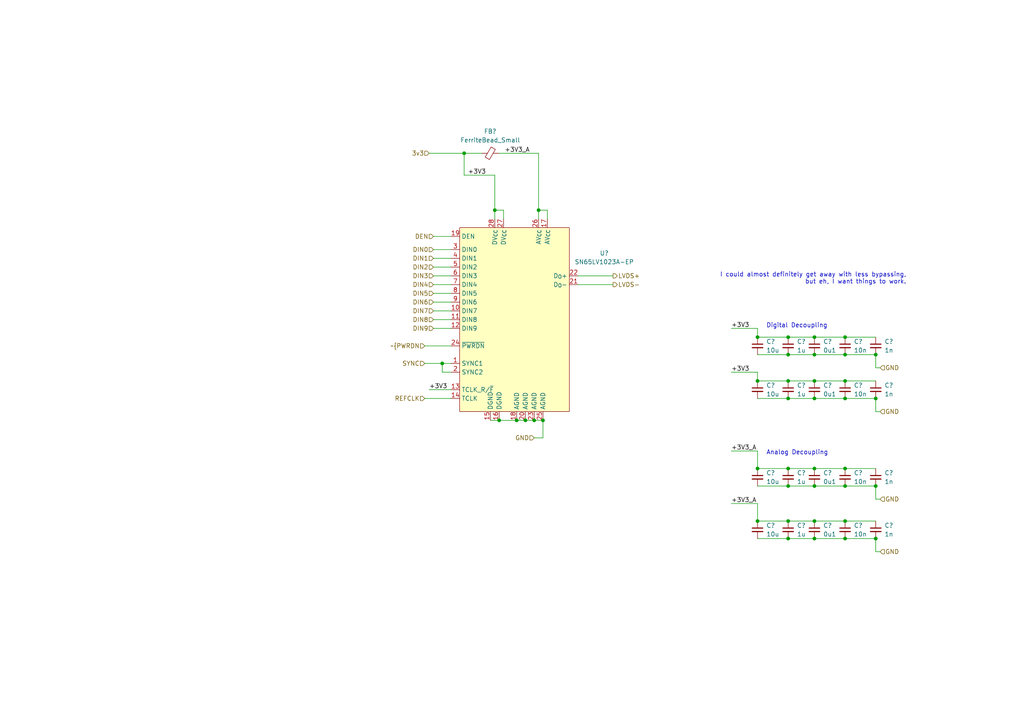
<source format=kicad_sch>
(kicad_sch (version 20211123) (generator eeschema)
  (paper "A4")
  (lib_symbols
    (symbol "Device:C_Small" (pin_numbers hide) (pin_names (offset 0.254) hide)
      (property "Reference" "C" (at 0.254 1.778 0))
      (property "Value" "C_Small" (at 0.254 -2.032 0))
      (symbol "C_Small_0_1"
        (polyline (pts (xy -1.524 -0.508) (xy 1.524 -0.508)) (stroke (width 0.3302)))
        (polyline (pts (xy -1.524 0.508) (xy 1.524 0.508)) (stroke (width 0.3048)))
      )
      (symbol "C_Small_1_1"
        (pin passive line (at 0 2.54 270) (length 2.032) (name "~") (number "1"))
        (pin passive line (at 0 -2.54 90) (length 2.032) (name "~") (number "2"))
      )
    )
    (symbol "Device:FerriteBead_Small" (pin_numbers hide) (pin_names (offset 0))
      (property "Reference" "FB" (at 1.905 1.27 0))
      (property "Value" "FerriteBead_Small" (at 1.905 -1.27 0))
      (symbol "FerriteBead_Small_0_1"
        (polyline (pts (xy 0 -1.27) (xy 0 -0.7874)))
        (polyline (pts (xy 0 0.889) (xy 0 1.2954)))
        (polyline (pts (xy -1.8288 0.2794) (xy -1.1176 1.4986) (xy 1.8288 -0.2032) (xy 1.1176 -1.4224) (xy -1.8288 0.2794)))
      )
      (symbol "FerriteBead_Small_1_1"
        (pin passive line (at 0 2.54 270) (length 1.27) (name "~") (number "1"))
        (pin passive line (at 0 -2.54 90) (length 1.27) (name "~") (number "2"))
      )
    )
    (symbol "Sonar:SN65LV1023A-EP"
      (property "Reference" "U" (at -13.97 -27.94 0))
      (property "Value" "SN65LV1023A-EP" (at 2.54 3.81 0))
      (symbol "SN65LV1023A-EP_0_1"
        (rectangle (start -15.24 26.67) (end 16.51 -26.67) (fill (type background)))
      )
      (symbol "SN65LV1023A-EP_1_1"
        (pin input line (at -17.78 -12.7 0) (length 2.54) (name "SYNC1") (number "1"))
        (pin input line (at -17.78 2.54 0) (length 2.54) (name "DIN7") (number "10"))
        (pin input line (at -17.78 0 0) (length 2.54) (name "DIN8") (number "11"))
        (pin input line (at -17.78 -2.54 0) (length 2.54) (name "DIN9") (number "12"))
        (pin input line (at -17.78 -20.32 0) (length 2.54) (name "TCLK_R/~{F}") (number "13"))
        (pin input line (at -17.78 -22.86 0) (length 2.54) (name "TCLK") (number "14"))
        (pin power_in line (at -6.35 -29.21 90) (length 2.54) (name "DGND") (number "15"))
        (pin power_in line (at -3.81 -29.21 90) (length 2.54) (name "DGND") (number "16"))
        (pin power_in line (at 10.16 29.21 270) (length 2.54) (name "AV_{CC}") (number "17"))
        (pin power_in line (at 1.27 -29.21 90) (length 2.54) (name "AGND") (number "18"))
        (pin input line (at -17.78 24.13 0) (length 2.54) (name "DEN") (number "19"))
        (pin input line (at -17.78 -15.24 0) (length 2.54) (name "SYNC2") (number "2"))
        (pin power_in line (at 3.81 -29.21 90) (length 2.54) (name "AGND") (number "20"))
        (pin output line (at 19.05 10.16 180) (length 2.54) (name "D_{O}-") (number "21"))
        (pin output line (at 19.05 12.7 180) (length 2.54) (name "D_{O}+") (number "22"))
        (pin power_in line (at 6.35 -29.21 90) (length 2.54) (name "AGND") (number "23"))
        (pin input line (at -17.78 -7.62 0) (length 2.54) (name "~{PWRDN}") (number "24"))
        (pin power_in line (at 8.89 -29.21 90) (length 2.54) (name "AGND") (number "25"))
        (pin power_in line (at 7.62 29.21 270) (length 2.54) (name "AV_{CC}") (number "26"))
        (pin power_in line (at -2.54 29.21 270) (length 2.54) (name "DV_{CC}") (number "27"))
        (pin power_in line (at -5.08 29.21 270) (length 2.54) (name "DV_{CC}") (number "28"))
        (pin input line (at -17.78 20.32 0) (length 2.54) (name "DIN0") (number "3"))
        (pin input line (at -17.78 17.78 0) (length 2.54) (name "DIN1") (number "4"))
        (pin input line (at -17.78 15.24 0) (length 2.54) (name "DIN2") (number "5"))
        (pin input line (at -17.78 12.7 0) (length 2.54) (name "DIN3") (number "6"))
        (pin input line (at -17.78 10.16 0) (length 2.54) (name "DIN4") (number "7"))
        (pin input line (at -17.78 7.62 0) (length 2.54) (name "DIN5") (number "8"))
        (pin input line (at -17.78 5.08 0) (length 2.54) (name "DIN6") (number "9"))
      )
    )
  )
  (junction (at 236.22 102.87))
  (junction (at 143.51 60.96))
  (junction (at 254 140.97))
  (junction (at 154.94 121.92))
  (junction (at 236.22 140.97))
  (junction (at 236.22 151.13))
  (junction (at 245.11 151.13))
  (junction (at 245.11 140.97))
  (junction (at 134.62 44.45))
  (junction (at 245.11 115.57))
  (junction (at 245.11 102.87))
  (junction (at 219.71 97.79))
  (junction (at 236.22 115.57))
  (junction (at 228.6 156.21))
  (junction (at 219.71 151.13))
  (junction (at 228.6 151.13))
  (junction (at 157.48 121.92))
  (junction (at 254 102.87))
  (junction (at 228.6 140.97))
  (junction (at 245.11 97.79))
  (junction (at 228.6 110.49))
  (junction (at 219.71 110.49))
  (junction (at 228.6 97.79))
  (junction (at 128.27 105.41))
  (junction (at 228.6 102.87))
  (junction (at 236.22 156.21))
  (junction (at 152.4 121.92))
  (junction (at 236.22 110.49))
  (junction (at 149.86 121.92))
  (junction (at 245.11 156.21))
  (junction (at 245.11 110.49))
  (junction (at 254 115.57))
  (junction (at 156.21 60.96))
  (junction (at 219.71 135.89))
  (junction (at 228.6 115.57))
  (junction (at 245.11 135.89))
  (junction (at 236.22 135.89))
  (junction (at 228.6 135.89))
  (junction (at 254 156.21))
  (junction (at 236.22 97.79))
  (junction (at 144.78 121.92))
  (wire (pts (xy 128.27 107.95) (xy 128.27 105.41)))
  (wire (pts (xy 219.71 110.49) (xy 228.6 110.49)))
  (wire (pts (xy 152.4 121.92) (xy 154.94 121.92)))
  (wire (pts (xy 149.86 121.92) (xy 152.4 121.92)))
  (wire (pts (xy 236.22 140.97) (xy 245.11 140.97)))
  (wire (pts (xy 167.64 80.01) (xy 177.8 80.01)))
  (wire (pts (xy 228.6 97.79) (xy 236.22 97.79)))
  (wire (pts (xy 125.73 87.63) (xy 130.81 87.63)))
  (wire (pts (xy 125.73 74.93) (xy 130.81 74.93)))
  (wire (pts (xy 228.6 151.13) (xy 236.22 151.13)))
  (wire (pts (xy 125.73 68.58) (xy 130.81 68.58)))
  (wire (pts (xy 123.19 115.57) (xy 130.81 115.57)))
  (wire (pts (xy 124.46 44.45) (xy 134.62 44.45)))
  (wire (pts (xy 228.6 135.89) (xy 236.22 135.89)))
  (wire (pts (xy 156.21 44.45) (xy 156.21 60.96)))
  (wire (pts (xy 212.09 107.95) (xy 219.71 107.95)))
  (wire (pts (xy 212.09 146.05) (xy 219.71 146.05)))
  (wire (pts (xy 124.46 113.03) (xy 130.81 113.03)))
  (wire (pts (xy 219.71 156.21) (xy 228.6 156.21)))
  (wire (pts (xy 254 106.68) (xy 255.27 106.68)))
  (wire (pts (xy 123.19 105.41) (xy 128.27 105.41)))
  (wire (pts (xy 156.21 60.96) (xy 156.21 63.5)))
  (wire (pts (xy 134.62 50.8) (xy 143.51 50.8)))
  (wire (pts (xy 219.71 140.97) (xy 228.6 140.97)))
  (wire (pts (xy 130.81 107.95) (xy 128.27 107.95)))
  (wire (pts (xy 245.11 151.13) (xy 254 151.13)))
  (wire (pts (xy 154.94 121.92) (xy 157.48 121.92)))
  (wire (pts (xy 158.75 60.96) (xy 158.75 63.5)))
  (wire (pts (xy 236.22 110.49) (xy 245.11 110.49)))
  (wire (pts (xy 245.11 102.87) (xy 254 102.87)))
  (wire (pts (xy 125.73 72.39) (xy 130.81 72.39)))
  (wire (pts (xy 254 119.38) (xy 255.27 119.38)))
  (wire (pts (xy 254 144.78) (xy 255.27 144.78)))
  (wire (pts (xy 236.22 151.13) (xy 245.11 151.13)))
  (wire (pts (xy 245.11 115.57) (xy 254 115.57)))
  (wire (pts (xy 245.11 156.21) (xy 254 156.21)))
  (wire (pts (xy 156.21 60.96) (xy 158.75 60.96)))
  (wire (pts (xy 167.64 82.55) (xy 177.8 82.55)))
  (wire (pts (xy 143.51 60.96) (xy 143.51 63.5)))
  (wire (pts (xy 254 156.21) (xy 254 160.02)))
  (wire (pts (xy 157.48 127) (xy 154.94 127)))
  (wire (pts (xy 254 160.02) (xy 255.27 160.02)))
  (wire (pts (xy 143.51 60.96) (xy 146.05 60.96)))
  (wire (pts (xy 236.22 135.89) (xy 245.11 135.89)))
  (wire (pts (xy 125.73 90.17) (xy 130.81 90.17)))
  (wire (pts (xy 254 140.97) (xy 254 144.78)))
  (wire (pts (xy 245.11 140.97) (xy 254 140.97)))
  (wire (pts (xy 219.71 135.89) (xy 219.71 130.81)))
  (wire (pts (xy 228.6 156.21) (xy 236.22 156.21)))
  (wire (pts (xy 219.71 107.95) (xy 219.71 110.49)))
  (wire (pts (xy 219.71 151.13) (xy 219.71 146.05)))
  (wire (pts (xy 228.6 115.57) (xy 236.22 115.57)))
  (wire (pts (xy 125.73 92.71) (xy 130.81 92.71)))
  (wire (pts (xy 254 115.57) (xy 254 119.38)))
  (wire (pts (xy 219.71 115.57) (xy 228.6 115.57)))
  (wire (pts (xy 134.62 44.45) (xy 139.7 44.45)))
  (wire (pts (xy 125.73 85.09) (xy 130.81 85.09)))
  (wire (pts (xy 146.05 60.96) (xy 146.05 63.5)))
  (wire (pts (xy 236.22 102.87) (xy 245.11 102.87)))
  (wire (pts (xy 245.11 110.49) (xy 254 110.49)))
  (wire (pts (xy 212.09 130.81) (xy 219.71 130.81)))
  (wire (pts (xy 125.73 80.01) (xy 130.81 80.01)))
  (wire (pts (xy 228.6 140.97) (xy 236.22 140.97)))
  (wire (pts (xy 236.22 156.21) (xy 245.11 156.21)))
  (wire (pts (xy 228.6 102.87) (xy 236.22 102.87)))
  (wire (pts (xy 128.27 105.41) (xy 130.81 105.41)))
  (wire (pts (xy 157.48 121.92) (xy 157.48 127)))
  (wire (pts (xy 219.71 102.87) (xy 228.6 102.87)))
  (wire (pts (xy 245.11 135.89) (xy 254 135.89)))
  (wire (pts (xy 143.51 50.8) (xy 143.51 60.96)))
  (wire (pts (xy 125.73 77.47) (xy 130.81 77.47)))
  (wire (pts (xy 219.71 135.89) (xy 228.6 135.89)))
  (wire (pts (xy 123.19 100.33) (xy 130.81 100.33)))
  (wire (pts (xy 254 102.87) (xy 254 106.68)))
  (wire (pts (xy 125.73 95.25) (xy 130.81 95.25)))
  (wire (pts (xy 212.09 95.25) (xy 219.71 95.25)))
  (wire (pts (xy 219.71 95.25) (xy 219.71 97.79)))
  (wire (pts (xy 134.62 44.45) (xy 134.62 50.8)))
  (wire (pts (xy 236.22 115.57) (xy 245.11 115.57)))
  (wire (pts (xy 142.24 121.92) (xy 144.78 121.92)))
  (wire (pts (xy 219.71 151.13) (xy 228.6 151.13)))
  (wire (pts (xy 125.73 82.55) (xy 130.81 82.55)))
  (wire (pts (xy 219.71 97.79) (xy 228.6 97.79)))
  (wire (pts (xy 236.22 97.79) (xy 245.11 97.79)))
  (wire (pts (xy 144.78 121.92) (xy 149.86 121.92)))
  (wire (pts (xy 144.78 44.45) (xy 156.21 44.45)))
  (wire (pts (xy 245.11 97.79) (xy 254 97.79)))
  (wire (pts (xy 228.6 110.49) (xy 236.22 110.49)))
  (text "Digital Decoupling\n" (at 240.03 95.25 180) (effects (font (size 1.27 1.27)) (justify right bottom)))
  (text "I could almost definitely get away with less bypassing,\nbut eh, I want things to work." (at 262.89 82.55 0) (effects (font (size 1.27 1.27)) (justify right bottom)))
  (text "Analog Decoupling\n" (at 222.25 132.08 0) (effects (font (size 1.27 1.27)) (justify left bottom)))
  (label "+3V3_A" (at 212.09 130.81 0))
  (label "+3V3" (at 140.97 50.8 180))
  (label "+3V3_A" (at 153.67 44.45 180))
  (label "+3V3" (at 212.09 107.95 0))
  (label "+3V3" (at 124.46 113.03 0))
  (label "+3V3_A" (at 212.09 146.05 0))
  (label "+3V3" (at 212.09 95.25 0))
  (hierarchical_label "GND" (shape input) (at 154.94 127 180))
  (hierarchical_label "GND" (shape input) (at 255.27 160.02 0))
  (hierarchical_label "3v3" (shape input) (at 124.46 44.45 180))
  (hierarchical_label "DIN8" (shape input) (at 125.73 92.71 180))
  (hierarchical_label "GND" (shape input) (at 255.27 144.78 0))
  (hierarchical_label "DIN4" (shape input) (at 125.73 82.55 180))
  (hierarchical_label "DIN3" (shape input) (at 125.73 80.01 180))
  (hierarchical_label "LVDS+" (shape output) (at 177.8 80.01 0))
  (hierarchical_label "REFCLK" (shape input) (at 123.19 115.57 180))
  (hierarchical_label "DIN1" (shape input) (at 125.73 74.93 180))
  (hierarchical_label "DIN7" (shape input) (at 125.73 90.17 180))
  (hierarchical_label "SYNC" (shape input) (at 123.19 105.41 180))
  (hierarchical_label "DIN5" (shape input) (at 125.73 85.09 180))
  (hierarchical_label "DEN" (shape input) (at 125.73 68.58 180))
  (hierarchical_label "DIN2" (shape input) (at 125.73 77.47 180))
  (hierarchical_label "GND" (shape input) (at 255.27 119.38 0))
  (hierarchical_label "~{PWRDN" (shape input) (at 123.19 100.33 180))
  (hierarchical_label "LVDS-" (shape output) (at 177.8 82.55 0))
  (hierarchical_label "DIN6" (shape input) (at 125.73 87.63 180))
  (hierarchical_label "DIN0" (shape input) (at 125.73 72.39 180))
  (hierarchical_label "GND" (shape input) (at 255.27 106.68 0))
  (hierarchical_label "DIN9" (shape input) (at 125.73 95.25 180))
  (symbol (lib_id "Device:C_Small") (at 254 113.03 0) (unit 1)
    (property "Reference" "C?" (at 256.54 111.7662 0) (effects (justify left)))
    (property "Value" "1n" (at 256.54 114.3062 0) (effects (justify left)))
  )
  (symbol (lib_id "Device:C_Small") (at 228.6 138.43 0) (unit 1)
    (property "Reference" "C?" (at 231.14 137.1662 0) (effects (justify left)))
    (property "Value" "1u" (at 231.14 139.7062 0) (effects (justify left)))
  )
  (symbol (lib_id "Device:C_Small") (at 236.22 138.43 0) (unit 1)
    (property "Reference" "C?" (at 238.76 137.1662 0) (effects (justify left)))
    (property "Value" "0u1" (at 238.76 139.7062 0) (effects (justify left)))
  )
  (symbol (lib_id "Sonar:SN65LV1023A-EP") (at 148.59 92.71 0) (unit 1)
    (property "Reference" "U?" (at 175.26 73.4312 0))
    (property "Value" "SN65LV1023A-EP" (at 175.26 75.9712 0))
    (property "Footprint" "Package_SO:SSOP-28_5.3x10.2mm_P0.65mm" (effects hide))
    (property "Datasheet" "https://www.ti.com/lit/ds/symlink/sn65lv1023a-ep.pdf?HQS=dis-dk-null-digikeymode-dsf-pf-null-wwe&ts=1662682686646&ref_url=https%253A%252F%252Fwww.ti.com%252Fgeneral%252Fdocs%252Fsuppproductinfo.tsp%253FdistId%253D10%2526gotoUrl%253Dhttps%253A%252F%252Fwww.ti.com%252Flit%252Fgpn%252Fsn65lv1023a-ep" (effects hide))
    (property "MPN" "SN65LV1023A" (effects hide))
    (property "Manufacturer" "Texas Instruments" (effects hide))
    (property "DPN" "296-21243-1-ND" (effects hide))
    (property "Distributor" "DigiKey" (effects hide))
  )
  (symbol (lib_id "Device:C_Small") (at 254 100.33 0) (unit 1)
    (property "Reference" "C?" (at 256.54 99.0662 0) (effects (justify left)))
    (property "Value" "1n" (at 256.54 101.6062 0) (effects (justify left)))
  )
  (symbol (lib_id "Device:C_Small") (at 228.6 113.03 0) (unit 1)
    (property "Reference" "C?" (at 231.14 111.7662 0) (effects (justify left)))
    (property "Value" "1u" (at 231.14 114.3062 0) (effects (justify left)))
  )
  (symbol (lib_id "Device:C_Small") (at 236.22 100.33 0) (unit 1)
    (property "Reference" "C?" (at 238.76 99.0662 0) (effects (justify left)))
    (property "Value" "0u1" (at 238.76 101.6062 0) (effects (justify left)))
  )
  (symbol (lib_id "Device:C_Small") (at 254 153.67 0) (unit 1)
    (property "Reference" "C?" (at 256.54 152.4062 0) (effects (justify left)))
    (property "Value" "1n" (at 256.54 154.9462 0) (effects (justify left)))
  )
  (symbol (lib_id "Device:C_Small") (at 228.6 153.67 0) (unit 1)
    (property "Reference" "C?" (at 231.14 152.4062 0) (effects (justify left)))
    (property "Value" "1u" (at 231.14 154.9462 0) (effects (justify left)))
  )
  (symbol (lib_id "Device:C_Small") (at 245.11 138.43 0) (unit 1)
    (property "Reference" "C?" (at 247.65 137.1662 0) (effects (justify left)))
    (property "Value" "10n" (at 247.65 139.7062 0) (effects (justify left)))
  )
  (symbol (lib_id "Device:C_Small") (at 228.6 100.33 0) (unit 1)
    (property "Reference" "C?" (at 231.14 99.0662 0) (effects (justify left)))
    (property "Value" "1u" (at 231.14 101.6062 0) (effects (justify left)))
  )
  (symbol (lib_id "Device:C_Small") (at 245.11 100.33 0) (unit 1)
    (property "Reference" "C?" (at 247.65 99.0662 0) (effects (justify left)))
    (property "Value" "10n" (at 247.65 101.6062 0) (effects (justify left)))
  )
  (symbol (lib_id "Device:C_Small") (at 245.11 153.67 0) (unit 1)
    (property "Reference" "C?" (at 247.65 152.4062 0) (effects (justify left)))
    (property "Value" "10n" (at 247.65 154.9462 0) (effects (justify left)))
  )
  (symbol (lib_id "Device:C_Small") (at 236.22 153.67 0) (unit 1)
    (property "Reference" "C?" (at 238.76 152.4062 0) (effects (justify left)))
    (property "Value" "0u1" (at 238.76 154.9462 0) (effects (justify left)))
  )
  (symbol (lib_id "Device:FerriteBead_Small") (at 142.24 44.45 90) (unit 1)
    (property "Reference" "FB?" (at 142.2019 38.1 90))
    (property "Value" "FerriteBead_Small" (at 142.2019 40.64 90))
  )
  (symbol (lib_id "Device:C_Small") (at 254 138.43 0) (unit 1)
    (property "Reference" "C?" (at 256.54 137.1662 0) (effects (justify left)))
    (property "Value" "1n" (at 256.54 139.7062 0) (effects (justify left)))
  )
  (symbol (lib_id "Device:C_Small") (at 245.11 113.03 0) (unit 1)
    (property "Reference" "C?" (at 247.65 111.7662 0) (effects (justify left)))
    (property "Value" "10n" (at 247.65 114.3062 0) (effects (justify left)))
  )
  (symbol (lib_id "Device:C_Small") (at 219.71 138.43 0) (unit 1)
    (property "Reference" "C?" (at 222.25 137.1662 0) (effects (justify left)))
    (property "Value" "10u" (at 222.25 139.7062 0) (effects (justify left)))
  )
  (symbol (lib_id "Device:C_Small") (at 219.71 100.33 0) (unit 1)
    (property "Reference" "C?" (at 222.25 99.0662 0) (effects (justify left)))
    (property "Value" "10u" (at 222.25 101.6062 0) (effects (justify left)))
  )
  (symbol (lib_id "Device:C_Small") (at 236.22 113.03 0) (unit 1)
    (property "Reference" "C?" (at 238.76 111.7662 0) (effects (justify left)))
    (property "Value" "0u1" (at 238.76 114.3062 0) (effects (justify left)))
  )
  (symbol (lib_id "Device:C_Small") (at 219.71 113.03 0) (unit 1)
    (property "Reference" "C?" (at 222.25 111.7662 0) (effects (justify left)))
    (property "Value" "10u" (at 222.25 114.3062 0) (effects (justify left)))
  )
  (symbol (lib_id "Device:C_Small") (at 219.71 153.67 0) (unit 1)
    (property "Reference" "C?" (at 222.25 152.4062 0) (effects (justify left)))
    (property "Value" "10u" (at 222.25 154.9462 0) (effects (justify left)))
  )
)
</source>
